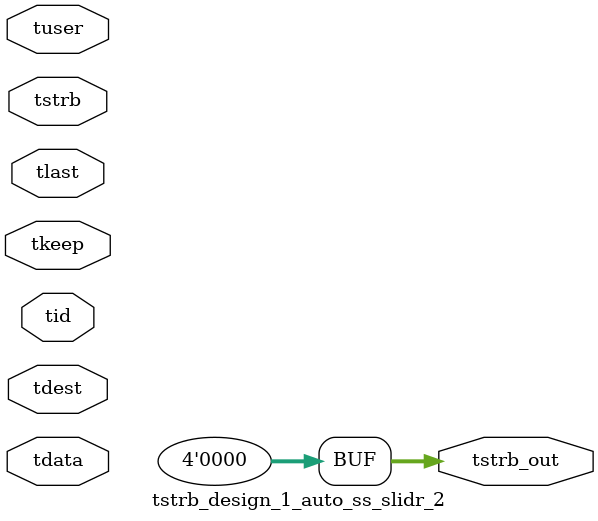
<source format=v>


`timescale 1ps/1ps

module tstrb_design_1_auto_ss_slidr_2 #
(
parameter C_S_AXIS_TDATA_WIDTH = 32,
parameter C_S_AXIS_TUSER_WIDTH = 0,
parameter C_S_AXIS_TID_WIDTH   = 0,
parameter C_S_AXIS_TDEST_WIDTH = 0,
parameter C_M_AXIS_TDATA_WIDTH = 32
)
(
input  [(C_S_AXIS_TDATA_WIDTH == 0 ? 1 : C_S_AXIS_TDATA_WIDTH)-1:0     ] tdata,
input  [(C_S_AXIS_TUSER_WIDTH == 0 ? 1 : C_S_AXIS_TUSER_WIDTH)-1:0     ] tuser,
input  [(C_S_AXIS_TID_WIDTH   == 0 ? 1 : C_S_AXIS_TID_WIDTH)-1:0       ] tid,
input  [(C_S_AXIS_TDEST_WIDTH == 0 ? 1 : C_S_AXIS_TDEST_WIDTH)-1:0     ] tdest,
input  [(C_S_AXIS_TDATA_WIDTH/8)-1:0 ] tkeep,
input  [(C_S_AXIS_TDATA_WIDTH/8)-1:0 ] tstrb,
input                                                                    tlast,
output [(C_M_AXIS_TDATA_WIDTH/8)-1:0 ] tstrb_out
);

assign tstrb_out = {1'b0};

endmodule


</source>
